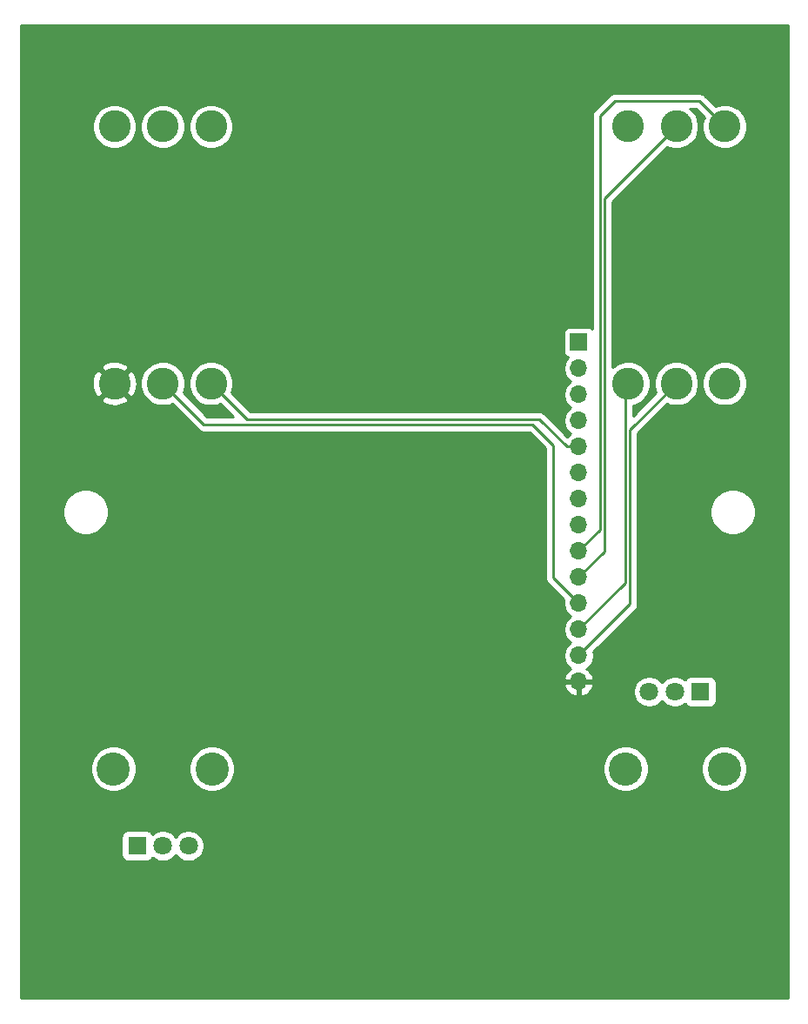
<source format=gbr>
G04 #@! TF.GenerationSoftware,KiCad,Pcbnew,5.1.5-52549c5~84~ubuntu18.04.1*
G04 #@! TF.CreationDate,2020-05-11T15:13:20-04:00*
G04 #@! TF.ProjectId,gategrinder_panelPCB,67617465-6772-4696-9e64-65725f70616e,rev?*
G04 #@! TF.SameCoordinates,Original*
G04 #@! TF.FileFunction,Copper,L2,Bot*
G04 #@! TF.FilePolarity,Positive*
%FSLAX46Y46*%
G04 Gerber Fmt 4.6, Leading zero omitted, Abs format (unit mm)*
G04 Created by KiCad (PCBNEW 5.1.5-52549c5~84~ubuntu18.04.1) date 2020-05-11 15:13:20*
%MOMM*%
%LPD*%
G04 APERTURE LIST*
%ADD10C,3.100000*%
%ADD11C,3.240000*%
%ADD12C,1.800000*%
%ADD13R,1.800000X1.800000*%
%ADD14O,1.700000X1.700000*%
%ADD15R,1.700000X1.700000*%
%ADD16C,0.250000*%
%ADD17C,0.254000*%
G04 APERTURE END LIST*
D10*
X87200000Y-79500000D03*
X77800000Y-79500000D03*
X82500000Y-79500000D03*
X127800000Y-79500000D03*
X137200000Y-79500000D03*
X132500000Y-79500000D03*
X137200000Y-54500000D03*
X127800000Y-54500000D03*
X132500000Y-54500000D03*
X77800000Y-54500000D03*
X87200000Y-54500000D03*
X82500000Y-54500000D03*
D11*
X137150000Y-117000000D03*
X127550000Y-117000000D03*
D12*
X129850000Y-109500000D03*
X132350000Y-109500000D03*
D13*
X134850000Y-109500000D03*
D11*
X77700000Y-117000000D03*
X87300000Y-117000000D03*
D12*
X85000000Y-124500000D03*
X82500000Y-124500000D03*
D13*
X80000000Y-124500000D03*
D14*
X123000000Y-108520000D03*
X123000000Y-105980000D03*
X123000000Y-103440000D03*
X123000000Y-100900000D03*
X123000000Y-98360000D03*
X123000000Y-95820000D03*
X123000000Y-93280000D03*
X123000000Y-90740000D03*
X123000000Y-88200000D03*
X123000000Y-85660000D03*
X123000000Y-83120000D03*
X123000000Y-80580000D03*
X123000000Y-78040000D03*
D15*
X123000000Y-75500000D03*
D16*
X128000000Y-100980000D02*
X123000000Y-105980000D01*
X132500000Y-79500000D02*
X128000000Y-84000000D01*
X128000000Y-84000000D02*
X128000000Y-100980000D01*
X127500000Y-98940000D02*
X123000000Y-103440000D01*
X127800000Y-79500000D02*
X127500000Y-79800000D01*
X127500000Y-79800000D02*
X127500000Y-98940000D01*
X120500000Y-98400000D02*
X123000000Y-100900000D01*
X120500000Y-85500000D02*
X120500000Y-98400000D01*
X118500000Y-83500000D02*
X120500000Y-85500000D01*
X82500000Y-79500000D02*
X86500000Y-83500000D01*
X86500000Y-83500000D02*
X118500000Y-83500000D01*
X132500000Y-54500000D02*
X125500000Y-61500000D01*
X125500000Y-95860000D02*
X123000000Y-98360000D01*
X125500000Y-61500000D02*
X125500000Y-95860000D01*
X134700000Y-52000000D02*
X135650001Y-52950001D01*
X126500000Y-52000000D02*
X134700000Y-52000000D01*
X125049989Y-53450011D02*
X126500000Y-52000000D01*
X123000000Y-95820000D02*
X125049989Y-93770011D01*
X135650001Y-52950001D02*
X137200000Y-54500000D01*
X125049989Y-93770011D02*
X125049989Y-53450011D01*
X119170000Y-83000000D02*
X121830000Y-85660000D01*
X121830000Y-85660000D02*
X123000000Y-85660000D01*
X87200000Y-79500000D02*
X90700000Y-83000000D01*
X90700000Y-83000000D02*
X119170000Y-83000000D01*
D17*
G36*
X143340001Y-139340000D02*
G01*
X68660000Y-139340000D01*
X68660000Y-123600000D01*
X78461928Y-123600000D01*
X78461928Y-125400000D01*
X78474188Y-125524482D01*
X78510498Y-125644180D01*
X78569463Y-125754494D01*
X78648815Y-125851185D01*
X78745506Y-125930537D01*
X78855820Y-125989502D01*
X78975518Y-126025812D01*
X79100000Y-126038072D01*
X80900000Y-126038072D01*
X81024482Y-126025812D01*
X81144180Y-125989502D01*
X81254494Y-125930537D01*
X81351185Y-125851185D01*
X81430537Y-125754494D01*
X81483880Y-125654697D01*
X81521495Y-125692312D01*
X81772905Y-125860299D01*
X82052257Y-125976011D01*
X82348816Y-126035000D01*
X82651184Y-126035000D01*
X82947743Y-125976011D01*
X83227095Y-125860299D01*
X83478505Y-125692312D01*
X83692312Y-125478505D01*
X83750000Y-125392169D01*
X83807688Y-125478505D01*
X84021495Y-125692312D01*
X84272905Y-125860299D01*
X84552257Y-125976011D01*
X84848816Y-126035000D01*
X85151184Y-126035000D01*
X85447743Y-125976011D01*
X85727095Y-125860299D01*
X85978505Y-125692312D01*
X86192312Y-125478505D01*
X86360299Y-125227095D01*
X86476011Y-124947743D01*
X86535000Y-124651184D01*
X86535000Y-124348816D01*
X86476011Y-124052257D01*
X86360299Y-123772905D01*
X86192312Y-123521495D01*
X85978505Y-123307688D01*
X85727095Y-123139701D01*
X85447743Y-123023989D01*
X85151184Y-122965000D01*
X84848816Y-122965000D01*
X84552257Y-123023989D01*
X84272905Y-123139701D01*
X84021495Y-123307688D01*
X83807688Y-123521495D01*
X83750000Y-123607831D01*
X83692312Y-123521495D01*
X83478505Y-123307688D01*
X83227095Y-123139701D01*
X82947743Y-123023989D01*
X82651184Y-122965000D01*
X82348816Y-122965000D01*
X82052257Y-123023989D01*
X81772905Y-123139701D01*
X81521495Y-123307688D01*
X81483880Y-123345303D01*
X81430537Y-123245506D01*
X81351185Y-123148815D01*
X81254494Y-123069463D01*
X81144180Y-123010498D01*
X81024482Y-122974188D01*
X80900000Y-122961928D01*
X79100000Y-122961928D01*
X78975518Y-122974188D01*
X78855820Y-123010498D01*
X78745506Y-123069463D01*
X78648815Y-123148815D01*
X78569463Y-123245506D01*
X78510498Y-123355820D01*
X78474188Y-123475518D01*
X78461928Y-123600000D01*
X68660000Y-123600000D01*
X68660000Y-116777902D01*
X75445000Y-116777902D01*
X75445000Y-117222098D01*
X75531658Y-117657759D01*
X75701645Y-118068143D01*
X75948427Y-118437479D01*
X76262521Y-118751573D01*
X76631857Y-118998355D01*
X77042241Y-119168342D01*
X77477902Y-119255000D01*
X77922098Y-119255000D01*
X78357759Y-119168342D01*
X78768143Y-118998355D01*
X79137479Y-118751573D01*
X79451573Y-118437479D01*
X79698355Y-118068143D01*
X79868342Y-117657759D01*
X79955000Y-117222098D01*
X79955000Y-116777902D01*
X85045000Y-116777902D01*
X85045000Y-117222098D01*
X85131658Y-117657759D01*
X85301645Y-118068143D01*
X85548427Y-118437479D01*
X85862521Y-118751573D01*
X86231857Y-118998355D01*
X86642241Y-119168342D01*
X87077902Y-119255000D01*
X87522098Y-119255000D01*
X87957759Y-119168342D01*
X88368143Y-118998355D01*
X88737479Y-118751573D01*
X89051573Y-118437479D01*
X89298355Y-118068143D01*
X89468342Y-117657759D01*
X89555000Y-117222098D01*
X89555000Y-116777902D01*
X125295000Y-116777902D01*
X125295000Y-117222098D01*
X125381658Y-117657759D01*
X125551645Y-118068143D01*
X125798427Y-118437479D01*
X126112521Y-118751573D01*
X126481857Y-118998355D01*
X126892241Y-119168342D01*
X127327902Y-119255000D01*
X127772098Y-119255000D01*
X128207759Y-119168342D01*
X128618143Y-118998355D01*
X128987479Y-118751573D01*
X129301573Y-118437479D01*
X129548355Y-118068143D01*
X129718342Y-117657759D01*
X129805000Y-117222098D01*
X129805000Y-116777902D01*
X134895000Y-116777902D01*
X134895000Y-117222098D01*
X134981658Y-117657759D01*
X135151645Y-118068143D01*
X135398427Y-118437479D01*
X135712521Y-118751573D01*
X136081857Y-118998355D01*
X136492241Y-119168342D01*
X136927902Y-119255000D01*
X137372098Y-119255000D01*
X137807759Y-119168342D01*
X138218143Y-118998355D01*
X138587479Y-118751573D01*
X138901573Y-118437479D01*
X139148355Y-118068143D01*
X139318342Y-117657759D01*
X139405000Y-117222098D01*
X139405000Y-116777902D01*
X139318342Y-116342241D01*
X139148355Y-115931857D01*
X138901573Y-115562521D01*
X138587479Y-115248427D01*
X138218143Y-115001645D01*
X137807759Y-114831658D01*
X137372098Y-114745000D01*
X136927902Y-114745000D01*
X136492241Y-114831658D01*
X136081857Y-115001645D01*
X135712521Y-115248427D01*
X135398427Y-115562521D01*
X135151645Y-115931857D01*
X134981658Y-116342241D01*
X134895000Y-116777902D01*
X129805000Y-116777902D01*
X129718342Y-116342241D01*
X129548355Y-115931857D01*
X129301573Y-115562521D01*
X128987479Y-115248427D01*
X128618143Y-115001645D01*
X128207759Y-114831658D01*
X127772098Y-114745000D01*
X127327902Y-114745000D01*
X126892241Y-114831658D01*
X126481857Y-115001645D01*
X126112521Y-115248427D01*
X125798427Y-115562521D01*
X125551645Y-115931857D01*
X125381658Y-116342241D01*
X125295000Y-116777902D01*
X89555000Y-116777902D01*
X89468342Y-116342241D01*
X89298355Y-115931857D01*
X89051573Y-115562521D01*
X88737479Y-115248427D01*
X88368143Y-115001645D01*
X87957759Y-114831658D01*
X87522098Y-114745000D01*
X87077902Y-114745000D01*
X86642241Y-114831658D01*
X86231857Y-115001645D01*
X85862521Y-115248427D01*
X85548427Y-115562521D01*
X85301645Y-115931857D01*
X85131658Y-116342241D01*
X85045000Y-116777902D01*
X79955000Y-116777902D01*
X79868342Y-116342241D01*
X79698355Y-115931857D01*
X79451573Y-115562521D01*
X79137479Y-115248427D01*
X78768143Y-115001645D01*
X78357759Y-114831658D01*
X77922098Y-114745000D01*
X77477902Y-114745000D01*
X77042241Y-114831658D01*
X76631857Y-115001645D01*
X76262521Y-115248427D01*
X75948427Y-115562521D01*
X75701645Y-115931857D01*
X75531658Y-116342241D01*
X75445000Y-116777902D01*
X68660000Y-116777902D01*
X68660000Y-108876890D01*
X121558524Y-108876890D01*
X121603175Y-109024099D01*
X121728359Y-109286920D01*
X121902412Y-109520269D01*
X122118645Y-109715178D01*
X122368748Y-109864157D01*
X122643109Y-109961481D01*
X122873000Y-109840814D01*
X122873000Y-108647000D01*
X123127000Y-108647000D01*
X123127000Y-109840814D01*
X123356891Y-109961481D01*
X123631252Y-109864157D01*
X123881355Y-109715178D01*
X124097588Y-109520269D01*
X124225473Y-109348816D01*
X128315000Y-109348816D01*
X128315000Y-109651184D01*
X128373989Y-109947743D01*
X128489701Y-110227095D01*
X128657688Y-110478505D01*
X128871495Y-110692312D01*
X129122905Y-110860299D01*
X129402257Y-110976011D01*
X129698816Y-111035000D01*
X130001184Y-111035000D01*
X130297743Y-110976011D01*
X130577095Y-110860299D01*
X130828505Y-110692312D01*
X131042312Y-110478505D01*
X131100000Y-110392169D01*
X131157688Y-110478505D01*
X131371495Y-110692312D01*
X131622905Y-110860299D01*
X131902257Y-110976011D01*
X132198816Y-111035000D01*
X132501184Y-111035000D01*
X132797743Y-110976011D01*
X133077095Y-110860299D01*
X133328505Y-110692312D01*
X133366120Y-110654697D01*
X133419463Y-110754494D01*
X133498815Y-110851185D01*
X133595506Y-110930537D01*
X133705820Y-110989502D01*
X133825518Y-111025812D01*
X133950000Y-111038072D01*
X135750000Y-111038072D01*
X135874482Y-111025812D01*
X135994180Y-110989502D01*
X136104494Y-110930537D01*
X136201185Y-110851185D01*
X136280537Y-110754494D01*
X136339502Y-110644180D01*
X136375812Y-110524482D01*
X136388072Y-110400000D01*
X136388072Y-108600000D01*
X136375812Y-108475518D01*
X136339502Y-108355820D01*
X136280537Y-108245506D01*
X136201185Y-108148815D01*
X136104494Y-108069463D01*
X135994180Y-108010498D01*
X135874482Y-107974188D01*
X135750000Y-107961928D01*
X133950000Y-107961928D01*
X133825518Y-107974188D01*
X133705820Y-108010498D01*
X133595506Y-108069463D01*
X133498815Y-108148815D01*
X133419463Y-108245506D01*
X133366120Y-108345303D01*
X133328505Y-108307688D01*
X133077095Y-108139701D01*
X132797743Y-108023989D01*
X132501184Y-107965000D01*
X132198816Y-107965000D01*
X131902257Y-108023989D01*
X131622905Y-108139701D01*
X131371495Y-108307688D01*
X131157688Y-108521495D01*
X131100000Y-108607831D01*
X131042312Y-108521495D01*
X130828505Y-108307688D01*
X130577095Y-108139701D01*
X130297743Y-108023989D01*
X130001184Y-107965000D01*
X129698816Y-107965000D01*
X129402257Y-108023989D01*
X129122905Y-108139701D01*
X128871495Y-108307688D01*
X128657688Y-108521495D01*
X128489701Y-108772905D01*
X128373989Y-109052257D01*
X128315000Y-109348816D01*
X124225473Y-109348816D01*
X124271641Y-109286920D01*
X124396825Y-109024099D01*
X124441476Y-108876890D01*
X124320155Y-108647000D01*
X123127000Y-108647000D01*
X122873000Y-108647000D01*
X121679845Y-108647000D01*
X121558524Y-108876890D01*
X68660000Y-108876890D01*
X68660000Y-91779872D01*
X72765000Y-91779872D01*
X72765000Y-92220128D01*
X72850890Y-92651925D01*
X73019369Y-93058669D01*
X73263962Y-93424729D01*
X73575271Y-93736038D01*
X73941331Y-93980631D01*
X74348075Y-94149110D01*
X74779872Y-94235000D01*
X75220128Y-94235000D01*
X75651925Y-94149110D01*
X76058669Y-93980631D01*
X76424729Y-93736038D01*
X76736038Y-93424729D01*
X76980631Y-93058669D01*
X77149110Y-92651925D01*
X77235000Y-92220128D01*
X77235000Y-91779872D01*
X77149110Y-91348075D01*
X76980631Y-90941331D01*
X76736038Y-90575271D01*
X76424729Y-90263962D01*
X76058669Y-90019369D01*
X75651925Y-89850890D01*
X75220128Y-89765000D01*
X74779872Y-89765000D01*
X74348075Y-89850890D01*
X73941331Y-90019369D01*
X73575271Y-90263962D01*
X73263962Y-90575271D01*
X73019369Y-90941331D01*
X72850890Y-91348075D01*
X72765000Y-91779872D01*
X68660000Y-91779872D01*
X68660000Y-81027251D01*
X76452354Y-81027251D01*
X76614381Y-81347930D01*
X76997675Y-81543725D01*
X77411803Y-81660981D01*
X77840848Y-81695192D01*
X78268324Y-81645042D01*
X78677802Y-81512461D01*
X78985619Y-81347930D01*
X79147646Y-81027251D01*
X77800000Y-79679605D01*
X76452354Y-81027251D01*
X68660000Y-81027251D01*
X68660000Y-79540848D01*
X75604808Y-79540848D01*
X75654958Y-79968324D01*
X75787539Y-80377802D01*
X75952070Y-80685619D01*
X76272749Y-80847646D01*
X77620395Y-79500000D01*
X77979605Y-79500000D01*
X79327251Y-80847646D01*
X79647930Y-80685619D01*
X79843725Y-80302325D01*
X79960981Y-79888197D01*
X79995192Y-79459152D01*
X79974738Y-79284796D01*
X80315000Y-79284796D01*
X80315000Y-79715204D01*
X80398969Y-80137341D01*
X80563678Y-80534985D01*
X80802800Y-80892856D01*
X81107144Y-81197200D01*
X81465015Y-81436322D01*
X81862659Y-81601031D01*
X82284796Y-81685000D01*
X82715204Y-81685000D01*
X83137341Y-81601031D01*
X83412327Y-81487128D01*
X85936200Y-84011002D01*
X85959999Y-84040001D01*
X86075724Y-84134974D01*
X86207753Y-84205546D01*
X86351014Y-84249003D01*
X86462667Y-84260000D01*
X86462676Y-84260000D01*
X86499999Y-84263676D01*
X86537322Y-84260000D01*
X118185199Y-84260000D01*
X119740000Y-85814802D01*
X119740001Y-98362668D01*
X119736324Y-98400000D01*
X119750998Y-98548985D01*
X119794454Y-98692246D01*
X119865026Y-98824276D01*
X119927173Y-98900001D01*
X119960000Y-98940001D01*
X119988998Y-98963799D01*
X121558790Y-100533592D01*
X121515000Y-100753740D01*
X121515000Y-101046260D01*
X121572068Y-101333158D01*
X121684010Y-101603411D01*
X121846525Y-101846632D01*
X122053368Y-102053475D01*
X122227760Y-102170000D01*
X122053368Y-102286525D01*
X121846525Y-102493368D01*
X121684010Y-102736589D01*
X121572068Y-103006842D01*
X121515000Y-103293740D01*
X121515000Y-103586260D01*
X121572068Y-103873158D01*
X121684010Y-104143411D01*
X121846525Y-104386632D01*
X122053368Y-104593475D01*
X122227760Y-104710000D01*
X122053368Y-104826525D01*
X121846525Y-105033368D01*
X121684010Y-105276589D01*
X121572068Y-105546842D01*
X121515000Y-105833740D01*
X121515000Y-106126260D01*
X121572068Y-106413158D01*
X121684010Y-106683411D01*
X121846525Y-106926632D01*
X122053368Y-107133475D01*
X122235534Y-107255195D01*
X122118645Y-107324822D01*
X121902412Y-107519731D01*
X121728359Y-107753080D01*
X121603175Y-108015901D01*
X121558524Y-108163110D01*
X121679845Y-108393000D01*
X122873000Y-108393000D01*
X122873000Y-108373000D01*
X123127000Y-108373000D01*
X123127000Y-108393000D01*
X124320155Y-108393000D01*
X124441476Y-108163110D01*
X124396825Y-108015901D01*
X124271641Y-107753080D01*
X124097588Y-107519731D01*
X123881355Y-107324822D01*
X123764466Y-107255195D01*
X123946632Y-107133475D01*
X124153475Y-106926632D01*
X124315990Y-106683411D01*
X124427932Y-106413158D01*
X124485000Y-106126260D01*
X124485000Y-105833740D01*
X124441209Y-105613592D01*
X128511003Y-101543799D01*
X128540001Y-101520001D01*
X128634974Y-101404276D01*
X128705546Y-101272247D01*
X128749003Y-101128986D01*
X128760000Y-101017333D01*
X128760000Y-101017323D01*
X128763676Y-100980000D01*
X128760000Y-100942677D01*
X128760000Y-91779872D01*
X135765000Y-91779872D01*
X135765000Y-92220128D01*
X135850890Y-92651925D01*
X136019369Y-93058669D01*
X136263962Y-93424729D01*
X136575271Y-93736038D01*
X136941331Y-93980631D01*
X137348075Y-94149110D01*
X137779872Y-94235000D01*
X138220128Y-94235000D01*
X138651925Y-94149110D01*
X139058669Y-93980631D01*
X139424729Y-93736038D01*
X139736038Y-93424729D01*
X139980631Y-93058669D01*
X140149110Y-92651925D01*
X140235000Y-92220128D01*
X140235000Y-91779872D01*
X140149110Y-91348075D01*
X139980631Y-90941331D01*
X139736038Y-90575271D01*
X139424729Y-90263962D01*
X139058669Y-90019369D01*
X138651925Y-89850890D01*
X138220128Y-89765000D01*
X137779872Y-89765000D01*
X137348075Y-89850890D01*
X136941331Y-90019369D01*
X136575271Y-90263962D01*
X136263962Y-90575271D01*
X136019369Y-90941331D01*
X135850890Y-91348075D01*
X135765000Y-91779872D01*
X128760000Y-91779872D01*
X128760000Y-84314801D01*
X131587673Y-81487129D01*
X131862659Y-81601031D01*
X132284796Y-81685000D01*
X132715204Y-81685000D01*
X133137341Y-81601031D01*
X133534985Y-81436322D01*
X133892856Y-81197200D01*
X134197200Y-80892856D01*
X134436322Y-80534985D01*
X134601031Y-80137341D01*
X134685000Y-79715204D01*
X134685000Y-79284796D01*
X135015000Y-79284796D01*
X135015000Y-79715204D01*
X135098969Y-80137341D01*
X135263678Y-80534985D01*
X135502800Y-80892856D01*
X135807144Y-81197200D01*
X136165015Y-81436322D01*
X136562659Y-81601031D01*
X136984796Y-81685000D01*
X137415204Y-81685000D01*
X137837341Y-81601031D01*
X138234985Y-81436322D01*
X138592856Y-81197200D01*
X138897200Y-80892856D01*
X139136322Y-80534985D01*
X139301031Y-80137341D01*
X139385000Y-79715204D01*
X139385000Y-79284796D01*
X139301031Y-78862659D01*
X139136322Y-78465015D01*
X138897200Y-78107144D01*
X138592856Y-77802800D01*
X138234985Y-77563678D01*
X137837341Y-77398969D01*
X137415204Y-77315000D01*
X136984796Y-77315000D01*
X136562659Y-77398969D01*
X136165015Y-77563678D01*
X135807144Y-77802800D01*
X135502800Y-78107144D01*
X135263678Y-78465015D01*
X135098969Y-78862659D01*
X135015000Y-79284796D01*
X134685000Y-79284796D01*
X134601031Y-78862659D01*
X134436322Y-78465015D01*
X134197200Y-78107144D01*
X133892856Y-77802800D01*
X133534985Y-77563678D01*
X133137341Y-77398969D01*
X132715204Y-77315000D01*
X132284796Y-77315000D01*
X131862659Y-77398969D01*
X131465015Y-77563678D01*
X131107144Y-77802800D01*
X130802800Y-78107144D01*
X130563678Y-78465015D01*
X130398969Y-78862659D01*
X130315000Y-79284796D01*
X130315000Y-79715204D01*
X130398969Y-80137341D01*
X130512871Y-80412327D01*
X128260000Y-82665199D01*
X128260000Y-81636307D01*
X128437341Y-81601031D01*
X128834985Y-81436322D01*
X129192856Y-81197200D01*
X129497200Y-80892856D01*
X129736322Y-80534985D01*
X129901031Y-80137341D01*
X129985000Y-79715204D01*
X129985000Y-79284796D01*
X129901031Y-78862659D01*
X129736322Y-78465015D01*
X129497200Y-78107144D01*
X129192856Y-77802800D01*
X128834985Y-77563678D01*
X128437341Y-77398969D01*
X128015204Y-77315000D01*
X127584796Y-77315000D01*
X127162659Y-77398969D01*
X126765015Y-77563678D01*
X126407144Y-77802800D01*
X126260000Y-77949944D01*
X126260000Y-61814801D01*
X131587673Y-56487129D01*
X131862659Y-56601031D01*
X132284796Y-56685000D01*
X132715204Y-56685000D01*
X133137341Y-56601031D01*
X133534985Y-56436322D01*
X133892856Y-56197200D01*
X134197200Y-55892856D01*
X134436322Y-55534985D01*
X134601031Y-55137341D01*
X134685000Y-54715204D01*
X134685000Y-54284796D01*
X134601031Y-53862659D01*
X134436322Y-53465015D01*
X134197200Y-53107144D01*
X133892856Y-52802800D01*
X133828801Y-52760000D01*
X134385199Y-52760000D01*
X135138998Y-53513800D01*
X135139003Y-53513804D01*
X135212872Y-53587673D01*
X135098969Y-53862659D01*
X135015000Y-54284796D01*
X135015000Y-54715204D01*
X135098969Y-55137341D01*
X135263678Y-55534985D01*
X135502800Y-55892856D01*
X135807144Y-56197200D01*
X136165015Y-56436322D01*
X136562659Y-56601031D01*
X136984796Y-56685000D01*
X137415204Y-56685000D01*
X137837341Y-56601031D01*
X138234985Y-56436322D01*
X138592856Y-56197200D01*
X138897200Y-55892856D01*
X139136322Y-55534985D01*
X139301031Y-55137341D01*
X139385000Y-54715204D01*
X139385000Y-54284796D01*
X139301031Y-53862659D01*
X139136322Y-53465015D01*
X138897200Y-53107144D01*
X138592856Y-52802800D01*
X138234985Y-52563678D01*
X137837341Y-52398969D01*
X137415204Y-52315000D01*
X136984796Y-52315000D01*
X136562659Y-52398969D01*
X136287673Y-52512872D01*
X136213804Y-52439003D01*
X136213800Y-52438998D01*
X135263804Y-51489002D01*
X135240001Y-51459999D01*
X135124276Y-51365026D01*
X134992247Y-51294454D01*
X134848986Y-51250997D01*
X134737333Y-51240000D01*
X134737322Y-51240000D01*
X134700000Y-51236324D01*
X134662678Y-51240000D01*
X126537322Y-51240000D01*
X126499999Y-51236324D01*
X126462676Y-51240000D01*
X126462667Y-51240000D01*
X126351014Y-51250997D01*
X126207753Y-51294454D01*
X126075724Y-51365026D01*
X125959999Y-51459999D01*
X125936201Y-51488997D01*
X124538987Y-52886212D01*
X124509989Y-52910010D01*
X124486191Y-52939008D01*
X124486190Y-52939009D01*
X124415015Y-53025735D01*
X124344443Y-53157765D01*
X124300987Y-53301026D01*
X124286313Y-53450011D01*
X124289990Y-53487344D01*
X124289989Y-74189627D01*
X124204494Y-74119463D01*
X124094180Y-74060498D01*
X123974482Y-74024188D01*
X123850000Y-74011928D01*
X122150000Y-74011928D01*
X122025518Y-74024188D01*
X121905820Y-74060498D01*
X121795506Y-74119463D01*
X121698815Y-74198815D01*
X121619463Y-74295506D01*
X121560498Y-74405820D01*
X121524188Y-74525518D01*
X121511928Y-74650000D01*
X121511928Y-76350000D01*
X121524188Y-76474482D01*
X121560498Y-76594180D01*
X121619463Y-76704494D01*
X121698815Y-76801185D01*
X121795506Y-76880537D01*
X121905820Y-76939502D01*
X121978380Y-76961513D01*
X121846525Y-77093368D01*
X121684010Y-77336589D01*
X121572068Y-77606842D01*
X121515000Y-77893740D01*
X121515000Y-78186260D01*
X121572068Y-78473158D01*
X121684010Y-78743411D01*
X121846525Y-78986632D01*
X122053368Y-79193475D01*
X122227760Y-79310000D01*
X122053368Y-79426525D01*
X121846525Y-79633368D01*
X121684010Y-79876589D01*
X121572068Y-80146842D01*
X121515000Y-80433740D01*
X121515000Y-80726260D01*
X121572068Y-81013158D01*
X121684010Y-81283411D01*
X121846525Y-81526632D01*
X122053368Y-81733475D01*
X122227760Y-81850000D01*
X122053368Y-81966525D01*
X121846525Y-82173368D01*
X121684010Y-82416589D01*
X121572068Y-82686842D01*
X121515000Y-82973740D01*
X121515000Y-83266260D01*
X121572068Y-83553158D01*
X121684010Y-83823411D01*
X121846525Y-84066632D01*
X122053368Y-84273475D01*
X122227760Y-84390000D01*
X122053368Y-84506525D01*
X121902347Y-84657546D01*
X119733804Y-82489003D01*
X119710001Y-82459999D01*
X119594276Y-82365026D01*
X119462247Y-82294454D01*
X119318986Y-82250997D01*
X119207333Y-82240000D01*
X119207322Y-82240000D01*
X119170000Y-82236324D01*
X119132678Y-82240000D01*
X91014803Y-82240000D01*
X89187129Y-80412327D01*
X89301031Y-80137341D01*
X89385000Y-79715204D01*
X89385000Y-79284796D01*
X89301031Y-78862659D01*
X89136322Y-78465015D01*
X88897200Y-78107144D01*
X88592856Y-77802800D01*
X88234985Y-77563678D01*
X87837341Y-77398969D01*
X87415204Y-77315000D01*
X86984796Y-77315000D01*
X86562659Y-77398969D01*
X86165015Y-77563678D01*
X85807144Y-77802800D01*
X85502800Y-78107144D01*
X85263678Y-78465015D01*
X85098969Y-78862659D01*
X85015000Y-79284796D01*
X85015000Y-79715204D01*
X85098969Y-80137341D01*
X85263678Y-80534985D01*
X85502800Y-80892856D01*
X85807144Y-81197200D01*
X86165015Y-81436322D01*
X86562659Y-81601031D01*
X86984796Y-81685000D01*
X87415204Y-81685000D01*
X87837341Y-81601031D01*
X88112327Y-81487129D01*
X89365197Y-82740000D01*
X86814802Y-82740000D01*
X84487128Y-80412327D01*
X84601031Y-80137341D01*
X84685000Y-79715204D01*
X84685000Y-79284796D01*
X84601031Y-78862659D01*
X84436322Y-78465015D01*
X84197200Y-78107144D01*
X83892856Y-77802800D01*
X83534985Y-77563678D01*
X83137341Y-77398969D01*
X82715204Y-77315000D01*
X82284796Y-77315000D01*
X81862659Y-77398969D01*
X81465015Y-77563678D01*
X81107144Y-77802800D01*
X80802800Y-78107144D01*
X80563678Y-78465015D01*
X80398969Y-78862659D01*
X80315000Y-79284796D01*
X79974738Y-79284796D01*
X79945042Y-79031676D01*
X79812461Y-78622198D01*
X79647930Y-78314381D01*
X79327251Y-78152354D01*
X77979605Y-79500000D01*
X77620395Y-79500000D01*
X76272749Y-78152354D01*
X75952070Y-78314381D01*
X75756275Y-78697675D01*
X75639019Y-79111803D01*
X75604808Y-79540848D01*
X68660000Y-79540848D01*
X68660000Y-77972749D01*
X76452354Y-77972749D01*
X77800000Y-79320395D01*
X79147646Y-77972749D01*
X78985619Y-77652070D01*
X78602325Y-77456275D01*
X78188197Y-77339019D01*
X77759152Y-77304808D01*
X77331676Y-77354958D01*
X76922198Y-77487539D01*
X76614381Y-77652070D01*
X76452354Y-77972749D01*
X68660000Y-77972749D01*
X68660000Y-54284796D01*
X75615000Y-54284796D01*
X75615000Y-54715204D01*
X75698969Y-55137341D01*
X75863678Y-55534985D01*
X76102800Y-55892856D01*
X76407144Y-56197200D01*
X76765015Y-56436322D01*
X77162659Y-56601031D01*
X77584796Y-56685000D01*
X78015204Y-56685000D01*
X78437341Y-56601031D01*
X78834985Y-56436322D01*
X79192856Y-56197200D01*
X79497200Y-55892856D01*
X79736322Y-55534985D01*
X79901031Y-55137341D01*
X79985000Y-54715204D01*
X79985000Y-54284796D01*
X80315000Y-54284796D01*
X80315000Y-54715204D01*
X80398969Y-55137341D01*
X80563678Y-55534985D01*
X80802800Y-55892856D01*
X81107144Y-56197200D01*
X81465015Y-56436322D01*
X81862659Y-56601031D01*
X82284796Y-56685000D01*
X82715204Y-56685000D01*
X83137341Y-56601031D01*
X83534985Y-56436322D01*
X83892856Y-56197200D01*
X84197200Y-55892856D01*
X84436322Y-55534985D01*
X84601031Y-55137341D01*
X84685000Y-54715204D01*
X84685000Y-54284796D01*
X85015000Y-54284796D01*
X85015000Y-54715204D01*
X85098969Y-55137341D01*
X85263678Y-55534985D01*
X85502800Y-55892856D01*
X85807144Y-56197200D01*
X86165015Y-56436322D01*
X86562659Y-56601031D01*
X86984796Y-56685000D01*
X87415204Y-56685000D01*
X87837341Y-56601031D01*
X88234985Y-56436322D01*
X88592856Y-56197200D01*
X88897200Y-55892856D01*
X89136322Y-55534985D01*
X89301031Y-55137341D01*
X89385000Y-54715204D01*
X89385000Y-54284796D01*
X89301031Y-53862659D01*
X89136322Y-53465015D01*
X88897200Y-53107144D01*
X88592856Y-52802800D01*
X88234985Y-52563678D01*
X87837341Y-52398969D01*
X87415204Y-52315000D01*
X86984796Y-52315000D01*
X86562659Y-52398969D01*
X86165015Y-52563678D01*
X85807144Y-52802800D01*
X85502800Y-53107144D01*
X85263678Y-53465015D01*
X85098969Y-53862659D01*
X85015000Y-54284796D01*
X84685000Y-54284796D01*
X84601031Y-53862659D01*
X84436322Y-53465015D01*
X84197200Y-53107144D01*
X83892856Y-52802800D01*
X83534985Y-52563678D01*
X83137341Y-52398969D01*
X82715204Y-52315000D01*
X82284796Y-52315000D01*
X81862659Y-52398969D01*
X81465015Y-52563678D01*
X81107144Y-52802800D01*
X80802800Y-53107144D01*
X80563678Y-53465015D01*
X80398969Y-53862659D01*
X80315000Y-54284796D01*
X79985000Y-54284796D01*
X79901031Y-53862659D01*
X79736322Y-53465015D01*
X79497200Y-53107144D01*
X79192856Y-52802800D01*
X78834985Y-52563678D01*
X78437341Y-52398969D01*
X78015204Y-52315000D01*
X77584796Y-52315000D01*
X77162659Y-52398969D01*
X76765015Y-52563678D01*
X76407144Y-52802800D01*
X76102800Y-53107144D01*
X75863678Y-53465015D01*
X75698969Y-53862659D01*
X75615000Y-54284796D01*
X68660000Y-54284796D01*
X68660000Y-44660000D01*
X143340000Y-44660000D01*
X143340001Y-139340000D01*
G37*
X143340001Y-139340000D02*
X68660000Y-139340000D01*
X68660000Y-123600000D01*
X78461928Y-123600000D01*
X78461928Y-125400000D01*
X78474188Y-125524482D01*
X78510498Y-125644180D01*
X78569463Y-125754494D01*
X78648815Y-125851185D01*
X78745506Y-125930537D01*
X78855820Y-125989502D01*
X78975518Y-126025812D01*
X79100000Y-126038072D01*
X80900000Y-126038072D01*
X81024482Y-126025812D01*
X81144180Y-125989502D01*
X81254494Y-125930537D01*
X81351185Y-125851185D01*
X81430537Y-125754494D01*
X81483880Y-125654697D01*
X81521495Y-125692312D01*
X81772905Y-125860299D01*
X82052257Y-125976011D01*
X82348816Y-126035000D01*
X82651184Y-126035000D01*
X82947743Y-125976011D01*
X83227095Y-125860299D01*
X83478505Y-125692312D01*
X83692312Y-125478505D01*
X83750000Y-125392169D01*
X83807688Y-125478505D01*
X84021495Y-125692312D01*
X84272905Y-125860299D01*
X84552257Y-125976011D01*
X84848816Y-126035000D01*
X85151184Y-126035000D01*
X85447743Y-125976011D01*
X85727095Y-125860299D01*
X85978505Y-125692312D01*
X86192312Y-125478505D01*
X86360299Y-125227095D01*
X86476011Y-124947743D01*
X86535000Y-124651184D01*
X86535000Y-124348816D01*
X86476011Y-124052257D01*
X86360299Y-123772905D01*
X86192312Y-123521495D01*
X85978505Y-123307688D01*
X85727095Y-123139701D01*
X85447743Y-123023989D01*
X85151184Y-122965000D01*
X84848816Y-122965000D01*
X84552257Y-123023989D01*
X84272905Y-123139701D01*
X84021495Y-123307688D01*
X83807688Y-123521495D01*
X83750000Y-123607831D01*
X83692312Y-123521495D01*
X83478505Y-123307688D01*
X83227095Y-123139701D01*
X82947743Y-123023989D01*
X82651184Y-122965000D01*
X82348816Y-122965000D01*
X82052257Y-123023989D01*
X81772905Y-123139701D01*
X81521495Y-123307688D01*
X81483880Y-123345303D01*
X81430537Y-123245506D01*
X81351185Y-123148815D01*
X81254494Y-123069463D01*
X81144180Y-123010498D01*
X81024482Y-122974188D01*
X80900000Y-122961928D01*
X79100000Y-122961928D01*
X78975518Y-122974188D01*
X78855820Y-123010498D01*
X78745506Y-123069463D01*
X78648815Y-123148815D01*
X78569463Y-123245506D01*
X78510498Y-123355820D01*
X78474188Y-123475518D01*
X78461928Y-123600000D01*
X68660000Y-123600000D01*
X68660000Y-116777902D01*
X75445000Y-116777902D01*
X75445000Y-117222098D01*
X75531658Y-117657759D01*
X75701645Y-118068143D01*
X75948427Y-118437479D01*
X76262521Y-118751573D01*
X76631857Y-118998355D01*
X77042241Y-119168342D01*
X77477902Y-119255000D01*
X77922098Y-119255000D01*
X78357759Y-119168342D01*
X78768143Y-118998355D01*
X79137479Y-118751573D01*
X79451573Y-118437479D01*
X79698355Y-118068143D01*
X79868342Y-117657759D01*
X79955000Y-117222098D01*
X79955000Y-116777902D01*
X85045000Y-116777902D01*
X85045000Y-117222098D01*
X85131658Y-117657759D01*
X85301645Y-118068143D01*
X85548427Y-118437479D01*
X85862521Y-118751573D01*
X86231857Y-118998355D01*
X86642241Y-119168342D01*
X87077902Y-119255000D01*
X87522098Y-119255000D01*
X87957759Y-119168342D01*
X88368143Y-118998355D01*
X88737479Y-118751573D01*
X89051573Y-118437479D01*
X89298355Y-118068143D01*
X89468342Y-117657759D01*
X89555000Y-117222098D01*
X89555000Y-116777902D01*
X125295000Y-116777902D01*
X125295000Y-117222098D01*
X125381658Y-117657759D01*
X125551645Y-118068143D01*
X125798427Y-118437479D01*
X126112521Y-118751573D01*
X126481857Y-118998355D01*
X126892241Y-119168342D01*
X127327902Y-119255000D01*
X127772098Y-119255000D01*
X128207759Y-119168342D01*
X128618143Y-118998355D01*
X128987479Y-118751573D01*
X129301573Y-118437479D01*
X129548355Y-118068143D01*
X129718342Y-117657759D01*
X129805000Y-117222098D01*
X129805000Y-116777902D01*
X134895000Y-116777902D01*
X134895000Y-117222098D01*
X134981658Y-117657759D01*
X135151645Y-118068143D01*
X135398427Y-118437479D01*
X135712521Y-118751573D01*
X136081857Y-118998355D01*
X136492241Y-119168342D01*
X136927902Y-119255000D01*
X137372098Y-119255000D01*
X137807759Y-119168342D01*
X138218143Y-118998355D01*
X138587479Y-118751573D01*
X138901573Y-118437479D01*
X139148355Y-118068143D01*
X139318342Y-117657759D01*
X139405000Y-117222098D01*
X139405000Y-116777902D01*
X139318342Y-116342241D01*
X139148355Y-115931857D01*
X138901573Y-115562521D01*
X138587479Y-115248427D01*
X138218143Y-115001645D01*
X137807759Y-114831658D01*
X137372098Y-114745000D01*
X136927902Y-114745000D01*
X136492241Y-114831658D01*
X136081857Y-115001645D01*
X135712521Y-115248427D01*
X135398427Y-115562521D01*
X135151645Y-115931857D01*
X134981658Y-116342241D01*
X134895000Y-116777902D01*
X129805000Y-116777902D01*
X129718342Y-116342241D01*
X129548355Y-115931857D01*
X129301573Y-115562521D01*
X128987479Y-115248427D01*
X128618143Y-115001645D01*
X128207759Y-114831658D01*
X127772098Y-114745000D01*
X127327902Y-114745000D01*
X126892241Y-114831658D01*
X126481857Y-115001645D01*
X126112521Y-115248427D01*
X125798427Y-115562521D01*
X125551645Y-115931857D01*
X125381658Y-116342241D01*
X125295000Y-116777902D01*
X89555000Y-116777902D01*
X89468342Y-116342241D01*
X89298355Y-115931857D01*
X89051573Y-115562521D01*
X88737479Y-115248427D01*
X88368143Y-115001645D01*
X87957759Y-114831658D01*
X87522098Y-114745000D01*
X87077902Y-114745000D01*
X86642241Y-114831658D01*
X86231857Y-115001645D01*
X85862521Y-115248427D01*
X85548427Y-115562521D01*
X85301645Y-115931857D01*
X85131658Y-116342241D01*
X85045000Y-116777902D01*
X79955000Y-116777902D01*
X79868342Y-116342241D01*
X79698355Y-115931857D01*
X79451573Y-115562521D01*
X79137479Y-115248427D01*
X78768143Y-115001645D01*
X78357759Y-114831658D01*
X77922098Y-114745000D01*
X77477902Y-114745000D01*
X77042241Y-114831658D01*
X76631857Y-115001645D01*
X76262521Y-115248427D01*
X75948427Y-115562521D01*
X75701645Y-115931857D01*
X75531658Y-116342241D01*
X75445000Y-116777902D01*
X68660000Y-116777902D01*
X68660000Y-108876890D01*
X121558524Y-108876890D01*
X121603175Y-109024099D01*
X121728359Y-109286920D01*
X121902412Y-109520269D01*
X122118645Y-109715178D01*
X122368748Y-109864157D01*
X122643109Y-109961481D01*
X122873000Y-109840814D01*
X122873000Y-108647000D01*
X123127000Y-108647000D01*
X123127000Y-109840814D01*
X123356891Y-109961481D01*
X123631252Y-109864157D01*
X123881355Y-109715178D01*
X124097588Y-109520269D01*
X124225473Y-109348816D01*
X128315000Y-109348816D01*
X128315000Y-109651184D01*
X128373989Y-109947743D01*
X128489701Y-110227095D01*
X128657688Y-110478505D01*
X128871495Y-110692312D01*
X129122905Y-110860299D01*
X129402257Y-110976011D01*
X129698816Y-111035000D01*
X130001184Y-111035000D01*
X130297743Y-110976011D01*
X130577095Y-110860299D01*
X130828505Y-110692312D01*
X131042312Y-110478505D01*
X131100000Y-110392169D01*
X131157688Y-110478505D01*
X131371495Y-110692312D01*
X131622905Y-110860299D01*
X131902257Y-110976011D01*
X132198816Y-111035000D01*
X132501184Y-111035000D01*
X132797743Y-110976011D01*
X133077095Y-110860299D01*
X133328505Y-110692312D01*
X133366120Y-110654697D01*
X133419463Y-110754494D01*
X133498815Y-110851185D01*
X133595506Y-110930537D01*
X133705820Y-110989502D01*
X133825518Y-111025812D01*
X133950000Y-111038072D01*
X135750000Y-111038072D01*
X135874482Y-111025812D01*
X135994180Y-110989502D01*
X136104494Y-110930537D01*
X136201185Y-110851185D01*
X136280537Y-110754494D01*
X136339502Y-110644180D01*
X136375812Y-110524482D01*
X136388072Y-110400000D01*
X136388072Y-108600000D01*
X136375812Y-108475518D01*
X136339502Y-108355820D01*
X136280537Y-108245506D01*
X136201185Y-108148815D01*
X136104494Y-108069463D01*
X135994180Y-108010498D01*
X135874482Y-107974188D01*
X135750000Y-107961928D01*
X133950000Y-107961928D01*
X133825518Y-107974188D01*
X133705820Y-108010498D01*
X133595506Y-108069463D01*
X133498815Y-108148815D01*
X133419463Y-108245506D01*
X133366120Y-108345303D01*
X133328505Y-108307688D01*
X133077095Y-108139701D01*
X132797743Y-108023989D01*
X132501184Y-107965000D01*
X132198816Y-107965000D01*
X131902257Y-108023989D01*
X131622905Y-108139701D01*
X131371495Y-108307688D01*
X131157688Y-108521495D01*
X131100000Y-108607831D01*
X131042312Y-108521495D01*
X130828505Y-108307688D01*
X130577095Y-108139701D01*
X130297743Y-108023989D01*
X130001184Y-107965000D01*
X129698816Y-107965000D01*
X129402257Y-108023989D01*
X129122905Y-108139701D01*
X128871495Y-108307688D01*
X128657688Y-108521495D01*
X128489701Y-108772905D01*
X128373989Y-109052257D01*
X128315000Y-109348816D01*
X124225473Y-109348816D01*
X124271641Y-109286920D01*
X124396825Y-109024099D01*
X124441476Y-108876890D01*
X124320155Y-108647000D01*
X123127000Y-108647000D01*
X122873000Y-108647000D01*
X121679845Y-108647000D01*
X121558524Y-108876890D01*
X68660000Y-108876890D01*
X68660000Y-91779872D01*
X72765000Y-91779872D01*
X72765000Y-92220128D01*
X72850890Y-92651925D01*
X73019369Y-93058669D01*
X73263962Y-93424729D01*
X73575271Y-93736038D01*
X73941331Y-93980631D01*
X74348075Y-94149110D01*
X74779872Y-94235000D01*
X75220128Y-94235000D01*
X75651925Y-94149110D01*
X76058669Y-93980631D01*
X76424729Y-93736038D01*
X76736038Y-93424729D01*
X76980631Y-93058669D01*
X77149110Y-92651925D01*
X77235000Y-92220128D01*
X77235000Y-91779872D01*
X77149110Y-91348075D01*
X76980631Y-90941331D01*
X76736038Y-90575271D01*
X76424729Y-90263962D01*
X76058669Y-90019369D01*
X75651925Y-89850890D01*
X75220128Y-89765000D01*
X74779872Y-89765000D01*
X74348075Y-89850890D01*
X73941331Y-90019369D01*
X73575271Y-90263962D01*
X73263962Y-90575271D01*
X73019369Y-90941331D01*
X72850890Y-91348075D01*
X72765000Y-91779872D01*
X68660000Y-91779872D01*
X68660000Y-81027251D01*
X76452354Y-81027251D01*
X76614381Y-81347930D01*
X76997675Y-81543725D01*
X77411803Y-81660981D01*
X77840848Y-81695192D01*
X78268324Y-81645042D01*
X78677802Y-81512461D01*
X78985619Y-81347930D01*
X79147646Y-81027251D01*
X77800000Y-79679605D01*
X76452354Y-81027251D01*
X68660000Y-81027251D01*
X68660000Y-79540848D01*
X75604808Y-79540848D01*
X75654958Y-79968324D01*
X75787539Y-80377802D01*
X75952070Y-80685619D01*
X76272749Y-80847646D01*
X77620395Y-79500000D01*
X77979605Y-79500000D01*
X79327251Y-80847646D01*
X79647930Y-80685619D01*
X79843725Y-80302325D01*
X79960981Y-79888197D01*
X79995192Y-79459152D01*
X79974738Y-79284796D01*
X80315000Y-79284796D01*
X80315000Y-79715204D01*
X80398969Y-80137341D01*
X80563678Y-80534985D01*
X80802800Y-80892856D01*
X81107144Y-81197200D01*
X81465015Y-81436322D01*
X81862659Y-81601031D01*
X82284796Y-81685000D01*
X82715204Y-81685000D01*
X83137341Y-81601031D01*
X83412327Y-81487128D01*
X85936200Y-84011002D01*
X85959999Y-84040001D01*
X86075724Y-84134974D01*
X86207753Y-84205546D01*
X86351014Y-84249003D01*
X86462667Y-84260000D01*
X86462676Y-84260000D01*
X86499999Y-84263676D01*
X86537322Y-84260000D01*
X118185199Y-84260000D01*
X119740000Y-85814802D01*
X119740001Y-98362668D01*
X119736324Y-98400000D01*
X119750998Y-98548985D01*
X119794454Y-98692246D01*
X119865026Y-98824276D01*
X119927173Y-98900001D01*
X119960000Y-98940001D01*
X119988998Y-98963799D01*
X121558790Y-100533592D01*
X121515000Y-100753740D01*
X121515000Y-101046260D01*
X121572068Y-101333158D01*
X121684010Y-101603411D01*
X121846525Y-101846632D01*
X122053368Y-102053475D01*
X122227760Y-102170000D01*
X122053368Y-102286525D01*
X121846525Y-102493368D01*
X121684010Y-102736589D01*
X121572068Y-103006842D01*
X121515000Y-103293740D01*
X121515000Y-103586260D01*
X121572068Y-103873158D01*
X121684010Y-104143411D01*
X121846525Y-104386632D01*
X122053368Y-104593475D01*
X122227760Y-104710000D01*
X122053368Y-104826525D01*
X121846525Y-105033368D01*
X121684010Y-105276589D01*
X121572068Y-105546842D01*
X121515000Y-105833740D01*
X121515000Y-106126260D01*
X121572068Y-106413158D01*
X121684010Y-106683411D01*
X121846525Y-106926632D01*
X122053368Y-107133475D01*
X122235534Y-107255195D01*
X122118645Y-107324822D01*
X121902412Y-107519731D01*
X121728359Y-107753080D01*
X121603175Y-108015901D01*
X121558524Y-108163110D01*
X121679845Y-108393000D01*
X122873000Y-108393000D01*
X122873000Y-108373000D01*
X123127000Y-108373000D01*
X123127000Y-108393000D01*
X124320155Y-108393000D01*
X124441476Y-108163110D01*
X124396825Y-108015901D01*
X124271641Y-107753080D01*
X124097588Y-107519731D01*
X123881355Y-107324822D01*
X123764466Y-107255195D01*
X123946632Y-107133475D01*
X124153475Y-106926632D01*
X124315990Y-106683411D01*
X124427932Y-106413158D01*
X124485000Y-106126260D01*
X124485000Y-105833740D01*
X124441209Y-105613592D01*
X128511003Y-101543799D01*
X128540001Y-101520001D01*
X128634974Y-101404276D01*
X128705546Y-101272247D01*
X128749003Y-101128986D01*
X128760000Y-101017333D01*
X128760000Y-101017323D01*
X128763676Y-100980000D01*
X128760000Y-100942677D01*
X128760000Y-91779872D01*
X135765000Y-91779872D01*
X135765000Y-92220128D01*
X135850890Y-92651925D01*
X136019369Y-93058669D01*
X136263962Y-93424729D01*
X136575271Y-93736038D01*
X136941331Y-93980631D01*
X137348075Y-94149110D01*
X137779872Y-94235000D01*
X138220128Y-94235000D01*
X138651925Y-94149110D01*
X139058669Y-93980631D01*
X139424729Y-93736038D01*
X139736038Y-93424729D01*
X139980631Y-93058669D01*
X140149110Y-92651925D01*
X140235000Y-92220128D01*
X140235000Y-91779872D01*
X140149110Y-91348075D01*
X139980631Y-90941331D01*
X139736038Y-90575271D01*
X139424729Y-90263962D01*
X139058669Y-90019369D01*
X138651925Y-89850890D01*
X138220128Y-89765000D01*
X137779872Y-89765000D01*
X137348075Y-89850890D01*
X136941331Y-90019369D01*
X136575271Y-90263962D01*
X136263962Y-90575271D01*
X136019369Y-90941331D01*
X135850890Y-91348075D01*
X135765000Y-91779872D01*
X128760000Y-91779872D01*
X128760000Y-84314801D01*
X131587673Y-81487129D01*
X131862659Y-81601031D01*
X132284796Y-81685000D01*
X132715204Y-81685000D01*
X133137341Y-81601031D01*
X133534985Y-81436322D01*
X133892856Y-81197200D01*
X134197200Y-80892856D01*
X134436322Y-80534985D01*
X134601031Y-80137341D01*
X134685000Y-79715204D01*
X134685000Y-79284796D01*
X135015000Y-79284796D01*
X135015000Y-79715204D01*
X135098969Y-80137341D01*
X135263678Y-80534985D01*
X135502800Y-80892856D01*
X135807144Y-81197200D01*
X136165015Y-81436322D01*
X136562659Y-81601031D01*
X136984796Y-81685000D01*
X137415204Y-81685000D01*
X137837341Y-81601031D01*
X138234985Y-81436322D01*
X138592856Y-81197200D01*
X138897200Y-80892856D01*
X139136322Y-80534985D01*
X139301031Y-80137341D01*
X139385000Y-79715204D01*
X139385000Y-79284796D01*
X139301031Y-78862659D01*
X139136322Y-78465015D01*
X138897200Y-78107144D01*
X138592856Y-77802800D01*
X138234985Y-77563678D01*
X137837341Y-77398969D01*
X137415204Y-77315000D01*
X136984796Y-77315000D01*
X136562659Y-77398969D01*
X136165015Y-77563678D01*
X135807144Y-77802800D01*
X135502800Y-78107144D01*
X135263678Y-78465015D01*
X135098969Y-78862659D01*
X135015000Y-79284796D01*
X134685000Y-79284796D01*
X134601031Y-78862659D01*
X134436322Y-78465015D01*
X134197200Y-78107144D01*
X133892856Y-77802800D01*
X133534985Y-77563678D01*
X133137341Y-77398969D01*
X132715204Y-77315000D01*
X132284796Y-77315000D01*
X131862659Y-77398969D01*
X131465015Y-77563678D01*
X131107144Y-77802800D01*
X130802800Y-78107144D01*
X130563678Y-78465015D01*
X130398969Y-78862659D01*
X130315000Y-79284796D01*
X130315000Y-79715204D01*
X130398969Y-80137341D01*
X130512871Y-80412327D01*
X128260000Y-82665199D01*
X128260000Y-81636307D01*
X128437341Y-81601031D01*
X128834985Y-81436322D01*
X129192856Y-81197200D01*
X129497200Y-80892856D01*
X129736322Y-80534985D01*
X129901031Y-80137341D01*
X129985000Y-79715204D01*
X129985000Y-79284796D01*
X129901031Y-78862659D01*
X129736322Y-78465015D01*
X129497200Y-78107144D01*
X129192856Y-77802800D01*
X128834985Y-77563678D01*
X128437341Y-77398969D01*
X128015204Y-77315000D01*
X127584796Y-77315000D01*
X127162659Y-77398969D01*
X126765015Y-77563678D01*
X126407144Y-77802800D01*
X126260000Y-77949944D01*
X126260000Y-61814801D01*
X131587673Y-56487129D01*
X131862659Y-56601031D01*
X132284796Y-56685000D01*
X132715204Y-56685000D01*
X133137341Y-56601031D01*
X133534985Y-56436322D01*
X133892856Y-56197200D01*
X134197200Y-55892856D01*
X134436322Y-55534985D01*
X134601031Y-55137341D01*
X134685000Y-54715204D01*
X134685000Y-54284796D01*
X134601031Y-53862659D01*
X134436322Y-53465015D01*
X134197200Y-53107144D01*
X133892856Y-52802800D01*
X133828801Y-52760000D01*
X134385199Y-52760000D01*
X135138998Y-53513800D01*
X135139003Y-53513804D01*
X135212872Y-53587673D01*
X135098969Y-53862659D01*
X135015000Y-54284796D01*
X135015000Y-54715204D01*
X135098969Y-55137341D01*
X135263678Y-55534985D01*
X135502800Y-55892856D01*
X135807144Y-56197200D01*
X136165015Y-56436322D01*
X136562659Y-56601031D01*
X136984796Y-56685000D01*
X137415204Y-56685000D01*
X137837341Y-56601031D01*
X138234985Y-56436322D01*
X138592856Y-56197200D01*
X138897200Y-55892856D01*
X139136322Y-55534985D01*
X139301031Y-55137341D01*
X139385000Y-54715204D01*
X139385000Y-54284796D01*
X139301031Y-53862659D01*
X139136322Y-53465015D01*
X138897200Y-53107144D01*
X138592856Y-52802800D01*
X138234985Y-52563678D01*
X137837341Y-52398969D01*
X137415204Y-52315000D01*
X136984796Y-52315000D01*
X136562659Y-52398969D01*
X136287673Y-52512872D01*
X136213804Y-52439003D01*
X136213800Y-52438998D01*
X135263804Y-51489002D01*
X135240001Y-51459999D01*
X135124276Y-51365026D01*
X134992247Y-51294454D01*
X134848986Y-51250997D01*
X134737333Y-51240000D01*
X134737322Y-51240000D01*
X134700000Y-51236324D01*
X134662678Y-51240000D01*
X126537322Y-51240000D01*
X126499999Y-51236324D01*
X126462676Y-51240000D01*
X126462667Y-51240000D01*
X126351014Y-51250997D01*
X126207753Y-51294454D01*
X126075724Y-51365026D01*
X125959999Y-51459999D01*
X125936201Y-51488997D01*
X124538987Y-52886212D01*
X124509989Y-52910010D01*
X124486191Y-52939008D01*
X124486190Y-52939009D01*
X124415015Y-53025735D01*
X124344443Y-53157765D01*
X124300987Y-53301026D01*
X124286313Y-53450011D01*
X124289990Y-53487344D01*
X124289989Y-74189627D01*
X124204494Y-74119463D01*
X124094180Y-74060498D01*
X123974482Y-74024188D01*
X123850000Y-74011928D01*
X122150000Y-74011928D01*
X122025518Y-74024188D01*
X121905820Y-74060498D01*
X121795506Y-74119463D01*
X121698815Y-74198815D01*
X121619463Y-74295506D01*
X121560498Y-74405820D01*
X121524188Y-74525518D01*
X121511928Y-74650000D01*
X121511928Y-76350000D01*
X121524188Y-76474482D01*
X121560498Y-76594180D01*
X121619463Y-76704494D01*
X121698815Y-76801185D01*
X121795506Y-76880537D01*
X121905820Y-76939502D01*
X121978380Y-76961513D01*
X121846525Y-77093368D01*
X121684010Y-77336589D01*
X121572068Y-77606842D01*
X121515000Y-77893740D01*
X121515000Y-78186260D01*
X121572068Y-78473158D01*
X121684010Y-78743411D01*
X121846525Y-78986632D01*
X122053368Y-79193475D01*
X122227760Y-79310000D01*
X122053368Y-79426525D01*
X121846525Y-79633368D01*
X121684010Y-79876589D01*
X121572068Y-80146842D01*
X121515000Y-80433740D01*
X121515000Y-80726260D01*
X121572068Y-81013158D01*
X121684010Y-81283411D01*
X121846525Y-81526632D01*
X122053368Y-81733475D01*
X122227760Y-81850000D01*
X122053368Y-81966525D01*
X121846525Y-82173368D01*
X121684010Y-82416589D01*
X121572068Y-82686842D01*
X121515000Y-82973740D01*
X121515000Y-83266260D01*
X121572068Y-83553158D01*
X121684010Y-83823411D01*
X121846525Y-84066632D01*
X122053368Y-84273475D01*
X122227760Y-84390000D01*
X122053368Y-84506525D01*
X121902347Y-84657546D01*
X119733804Y-82489003D01*
X119710001Y-82459999D01*
X119594276Y-82365026D01*
X119462247Y-82294454D01*
X119318986Y-82250997D01*
X119207333Y-82240000D01*
X119207322Y-82240000D01*
X119170000Y-82236324D01*
X119132678Y-82240000D01*
X91014803Y-82240000D01*
X89187129Y-80412327D01*
X89301031Y-80137341D01*
X89385000Y-79715204D01*
X89385000Y-79284796D01*
X89301031Y-78862659D01*
X89136322Y-78465015D01*
X88897200Y-78107144D01*
X88592856Y-77802800D01*
X88234985Y-77563678D01*
X87837341Y-77398969D01*
X87415204Y-77315000D01*
X86984796Y-77315000D01*
X86562659Y-77398969D01*
X86165015Y-77563678D01*
X85807144Y-77802800D01*
X85502800Y-78107144D01*
X85263678Y-78465015D01*
X85098969Y-78862659D01*
X85015000Y-79284796D01*
X85015000Y-79715204D01*
X85098969Y-80137341D01*
X85263678Y-80534985D01*
X85502800Y-80892856D01*
X85807144Y-81197200D01*
X86165015Y-81436322D01*
X86562659Y-81601031D01*
X86984796Y-81685000D01*
X87415204Y-81685000D01*
X87837341Y-81601031D01*
X88112327Y-81487129D01*
X89365197Y-82740000D01*
X86814802Y-82740000D01*
X84487128Y-80412327D01*
X84601031Y-80137341D01*
X84685000Y-79715204D01*
X84685000Y-79284796D01*
X84601031Y-78862659D01*
X84436322Y-78465015D01*
X84197200Y-78107144D01*
X83892856Y-77802800D01*
X83534985Y-77563678D01*
X83137341Y-77398969D01*
X82715204Y-77315000D01*
X82284796Y-77315000D01*
X81862659Y-77398969D01*
X81465015Y-77563678D01*
X81107144Y-77802800D01*
X80802800Y-78107144D01*
X80563678Y-78465015D01*
X80398969Y-78862659D01*
X80315000Y-79284796D01*
X79974738Y-79284796D01*
X79945042Y-79031676D01*
X79812461Y-78622198D01*
X79647930Y-78314381D01*
X79327251Y-78152354D01*
X77979605Y-79500000D01*
X77620395Y-79500000D01*
X76272749Y-78152354D01*
X75952070Y-78314381D01*
X75756275Y-78697675D01*
X75639019Y-79111803D01*
X75604808Y-79540848D01*
X68660000Y-79540848D01*
X68660000Y-77972749D01*
X76452354Y-77972749D01*
X77800000Y-79320395D01*
X79147646Y-77972749D01*
X78985619Y-77652070D01*
X78602325Y-77456275D01*
X78188197Y-77339019D01*
X77759152Y-77304808D01*
X77331676Y-77354958D01*
X76922198Y-77487539D01*
X76614381Y-77652070D01*
X76452354Y-77972749D01*
X68660000Y-77972749D01*
X68660000Y-54284796D01*
X75615000Y-54284796D01*
X75615000Y-54715204D01*
X75698969Y-55137341D01*
X75863678Y-55534985D01*
X76102800Y-55892856D01*
X76407144Y-56197200D01*
X76765015Y-56436322D01*
X77162659Y-56601031D01*
X77584796Y-56685000D01*
X78015204Y-56685000D01*
X78437341Y-56601031D01*
X78834985Y-56436322D01*
X79192856Y-56197200D01*
X79497200Y-55892856D01*
X79736322Y-55534985D01*
X79901031Y-55137341D01*
X79985000Y-54715204D01*
X79985000Y-54284796D01*
X80315000Y-54284796D01*
X80315000Y-54715204D01*
X80398969Y-55137341D01*
X80563678Y-55534985D01*
X80802800Y-55892856D01*
X81107144Y-56197200D01*
X81465015Y-56436322D01*
X81862659Y-56601031D01*
X82284796Y-56685000D01*
X82715204Y-56685000D01*
X83137341Y-56601031D01*
X83534985Y-56436322D01*
X83892856Y-56197200D01*
X84197200Y-55892856D01*
X84436322Y-55534985D01*
X84601031Y-55137341D01*
X84685000Y-54715204D01*
X84685000Y-54284796D01*
X85015000Y-54284796D01*
X85015000Y-54715204D01*
X85098969Y-55137341D01*
X85263678Y-55534985D01*
X85502800Y-55892856D01*
X85807144Y-56197200D01*
X86165015Y-56436322D01*
X86562659Y-56601031D01*
X86984796Y-56685000D01*
X87415204Y-56685000D01*
X87837341Y-56601031D01*
X88234985Y-56436322D01*
X88592856Y-56197200D01*
X88897200Y-55892856D01*
X89136322Y-55534985D01*
X89301031Y-55137341D01*
X89385000Y-54715204D01*
X89385000Y-54284796D01*
X89301031Y-53862659D01*
X89136322Y-53465015D01*
X88897200Y-53107144D01*
X88592856Y-52802800D01*
X88234985Y-52563678D01*
X87837341Y-52398969D01*
X87415204Y-52315000D01*
X86984796Y-52315000D01*
X86562659Y-52398969D01*
X86165015Y-52563678D01*
X85807144Y-52802800D01*
X85502800Y-53107144D01*
X85263678Y-53465015D01*
X85098969Y-53862659D01*
X85015000Y-54284796D01*
X84685000Y-54284796D01*
X84601031Y-53862659D01*
X84436322Y-53465015D01*
X84197200Y-53107144D01*
X83892856Y-52802800D01*
X83534985Y-52563678D01*
X83137341Y-52398969D01*
X82715204Y-52315000D01*
X82284796Y-52315000D01*
X81862659Y-52398969D01*
X81465015Y-52563678D01*
X81107144Y-52802800D01*
X80802800Y-53107144D01*
X80563678Y-53465015D01*
X80398969Y-53862659D01*
X80315000Y-54284796D01*
X79985000Y-54284796D01*
X79901031Y-53862659D01*
X79736322Y-53465015D01*
X79497200Y-53107144D01*
X79192856Y-52802800D01*
X78834985Y-52563678D01*
X78437341Y-52398969D01*
X78015204Y-52315000D01*
X77584796Y-52315000D01*
X77162659Y-52398969D01*
X76765015Y-52563678D01*
X76407144Y-52802800D01*
X76102800Y-53107144D01*
X75863678Y-53465015D01*
X75698969Y-53862659D01*
X75615000Y-54284796D01*
X68660000Y-54284796D01*
X68660000Y-44660000D01*
X143340000Y-44660000D01*
X143340001Y-139340000D01*
M02*

</source>
